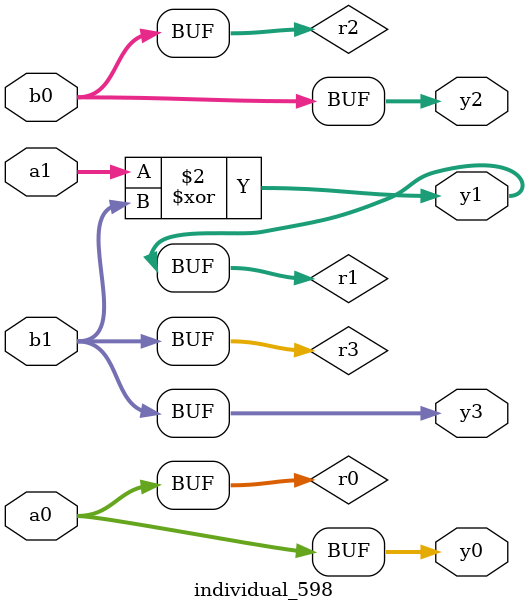
<source format=sv>
module individual_598(input logic [15:0] a1, input logic [15:0] a0, input logic [15:0] b1, input logic [15:0] b0, output logic [15:0] y3, output logic [15:0] y2, output logic [15:0] y1, output logic [15:0] y0);
logic [15:0] r0, r1, r2, r3; 
 always@(*) begin 
	 r0 = a0; r1 = a1; r2 = b0; r3 = b1; 
 	 r1  ^=  r3 ;
 	 y3 = r3; y2 = r2; y1 = r1; y0 = r0; 
end
endmodule
</source>
